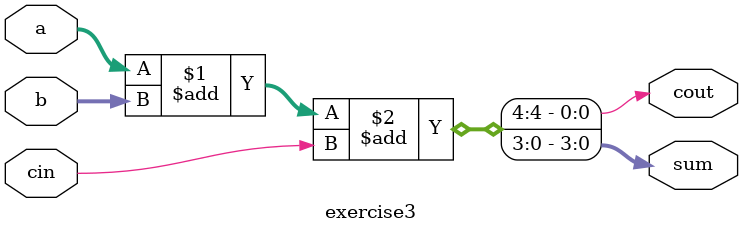
<source format=v>
module exercise3(a,b,cin,sum,cout);
	input [3:0] a, b;
	input cin;
	output cout;
	output [3:0] sum;
	assign {cout, sum} = a + b + cin;
endmodule


</source>
